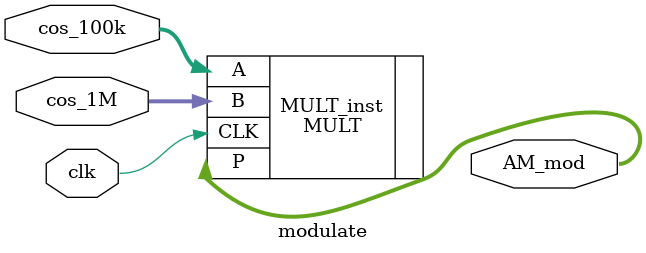
<source format=v>
module modulate(
	input	clk,
	input	[7:0]	cos_100k,
	input	signed	[7:0]	cos_1M,
	output	signed	[15:0]	AM_mod
);

MULT		MULT_inst(		
  .CLK		(clk),
  .A		(cos_100k),
  .B		(cos_1M),
  .P		(AM_mod)
);

endmodule

</source>
